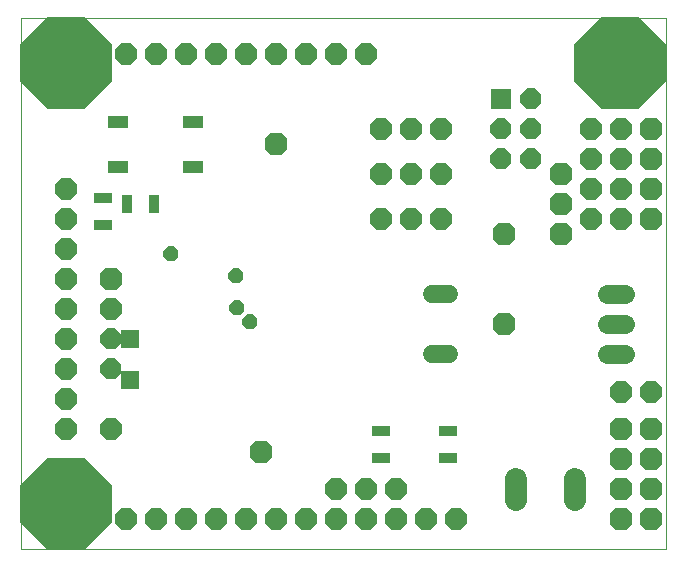
<source format=gts>
G75*
G70*
%OFA0B0*%
%FSLAX24Y24*%
%IPPOS*%
%LPD*%
%AMOC8*
5,1,8,0,0,1.08239X$1,22.5*
%
%ADD10C,0.0000*%
%ADD11C,0.0600*%
%ADD12R,0.0700X0.0700*%
%ADD13OC8,0.0700*%
%ADD14C,0.0640*%
%ADD15OC8,0.0740*%
%ADD16C,0.0745*%
%ADD17OC8,0.0749*%
%ADD18R,0.0709X0.0434*%
%ADD19R,0.0600X0.0320*%
%ADD20R,0.0320X0.0600*%
%ADD21R,0.0631X0.0631*%
%ADD22OC8,0.0760*%
%ADD23OC8,0.0500*%
%ADD24OC8,0.3000*%
%ADD25OC8,0.3040*%
D10*
X005060Y005553D02*
X005060Y023270D01*
X026560Y023270D01*
X026560Y005553D01*
X005060Y005553D01*
D11*
X018780Y012053D02*
X019340Y012053D01*
X019340Y014053D02*
X018780Y014053D01*
D12*
X021060Y020553D03*
D13*
X022060Y020553D03*
X022060Y019553D03*
X022060Y018553D03*
X021060Y018553D03*
X021060Y019553D03*
X008060Y012553D03*
X008060Y011553D03*
D14*
X024610Y012053D02*
X025210Y012053D01*
X025210Y013053D02*
X024610Y013053D01*
X024610Y014053D02*
X025210Y014053D01*
D15*
X019560Y006553D03*
X018560Y006553D03*
X017560Y006553D03*
X016560Y006553D03*
X015560Y006553D03*
X014560Y006553D03*
X013560Y006553D03*
X012560Y006553D03*
X011560Y006553D03*
X010560Y006553D03*
X009560Y006553D03*
X008560Y006553D03*
X006560Y009553D03*
X006560Y010553D03*
X006560Y011553D03*
X006560Y012553D03*
X006560Y013553D03*
X006560Y014553D03*
X006560Y015553D03*
X006560Y016553D03*
X006560Y017553D03*
X008560Y022053D03*
X009560Y022053D03*
X010560Y022053D03*
X011560Y022053D03*
X012560Y022053D03*
X013560Y022053D03*
X014560Y022053D03*
X015560Y022053D03*
X016560Y022053D03*
D16*
X021575Y007906D02*
X021575Y007201D01*
X023544Y007201D02*
X023544Y007906D01*
D17*
X025060Y010803D03*
X026060Y010803D03*
X025060Y016553D03*
X024060Y016553D03*
X024060Y017553D03*
X025060Y017553D03*
X025060Y018553D03*
X025060Y019553D03*
X024060Y019553D03*
X024060Y018553D03*
X019060Y018053D03*
X018060Y018053D03*
X017060Y018053D03*
X017060Y016553D03*
X018060Y016553D03*
X019060Y016553D03*
X019060Y019553D03*
X018060Y019553D03*
X017060Y019553D03*
X008060Y013553D03*
X008060Y009553D03*
X015560Y007553D03*
X016560Y007553D03*
X017560Y007553D03*
D18*
X010800Y018305D03*
X010800Y019801D03*
X008319Y019801D03*
X008319Y018305D03*
D19*
X007810Y017253D03*
X007810Y016353D03*
X017060Y009503D03*
X017060Y008603D03*
X019310Y008603D03*
X019310Y009503D03*
D20*
X009510Y017053D03*
X008610Y017053D03*
D21*
X008720Y012562D03*
X008720Y011184D03*
D22*
X008060Y014553D03*
X013560Y019053D03*
X021185Y016053D03*
X023060Y016053D03*
X023060Y017053D03*
X023060Y018053D03*
X026060Y017553D03*
X026060Y018553D03*
X026060Y019553D03*
X026060Y016553D03*
X021185Y013053D03*
X025060Y009553D03*
X026060Y009553D03*
X026060Y008553D03*
X026060Y007553D03*
X026060Y006553D03*
X025060Y006553D03*
X025060Y007553D03*
X025060Y008553D03*
X013060Y008803D03*
D23*
X012710Y013123D03*
X012260Y013603D03*
X012240Y014673D03*
X010060Y015403D03*
D24*
X006560Y021763D03*
X006560Y007053D03*
X025050Y021763D03*
D25*
X025050Y021763D03*
X006560Y021763D03*
X006560Y007053D03*
M02*

</source>
